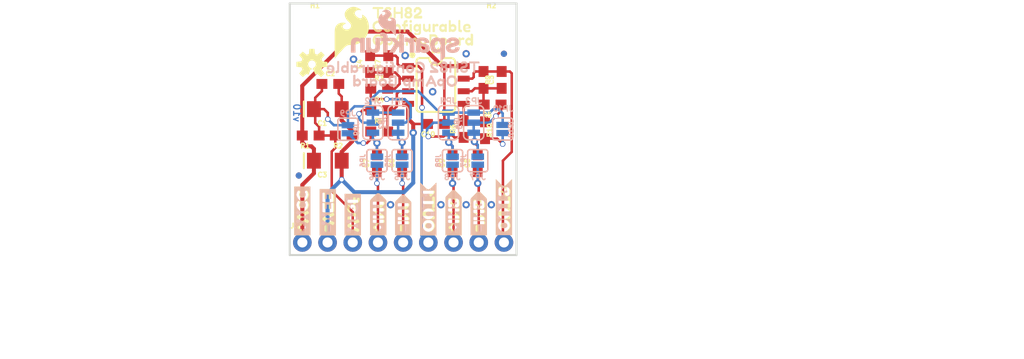
<source format=kicad_pcb>
(kicad_pcb (version 20211014) (generator pcbnew)
  (layers (0 "F.Cu" signal) (31 "B.Cu" signal) (34 "B.Paste" user) (35 "F.Paste" user) (36 "B.SilkS" user "B.Silkscreen") (37 "F.SilkS" user "F.Silkscreen") (38 "B.Mask" user) (39 "F.Mask" user) (44 "Edge.Cuts" user))
  (net 0 "")
  (net 1 "VREF")
  (net 2 "VNEG")
  (net 3 "VCC")
  (net 4 "N$1")
  (net 5 "N$2")
  (net 6 "N$3")
  (net 7 "N$4")
  (net 8 "N$5")
  (net 9 "N$6")
  (net 10 "N$7")
  (net 11 "OUT1")
  (net 12 "-IN1")
  (net 13 "+IN1")
  (net 14 "-IN2")
  (net 15 "N$9")
  (net 16 "N$10")
  (net 17 "N$11")
  (net 18 "OUT2")
  (net 19 "N$16")
  (net 20 "N$17")
  (net 21 "N$19")
  (net 22 "N$20")
  (net 23 "+IN2")
  (footprint "boardEagle:CREATIVE_COMMONS" (layer "F.Cu") (at 128.1811 127.8636)
    (fp_text reference "FRAME1" hide)
    (fp_text value "FRAME-LETTER" hide)
  )
  (footprint "boardEagle:0603" (layer "F.Cu") (at 146.0881 100.9142)
    (fp_text reference "R3" (at 0 -0.762) (layer "F.SilkS") (effects (font (size 0.48768 0.48768) (thickness 0.12192)) (justify bottom)))
    (fp_text value "10k")
    (pad "1" smd rect (at -0.85 0) (size 1.1 1) (layers "F.Cu" "F.Paste" "F.Mask") (net 7 "N$4"))
    (pad "2" smd rect (at 0.85 0) (size 1.1 1) (layers "F.Cu" "F.Paste" "F.Mask") (net 4 "N$1"))
  )
  (footprint "boardEagle:0603" (layer "F.Cu") (at 156.6037 100.0252 -90)
    (fp_text reference "R9" (at 0 -0.762 -90) (layer "F.SilkS") (effects (font (size 0.48768 0.48768) (thickness 0.12192)) (justify bottom)))
    (fp_text value "47k")
    (pad "1" smd rect (at -0.85 0 270) (size 1.1 1) (layers "F.Cu" "F.Paste" "F.Mask") (net 18 "OUT2"))
    (pad "2" smd rect (at 0.85 0 270) (size 1.1 1) (layers "F.Cu" "F.Paste" "F.Mask") (net 17 "N$11"))
  )
  (footprint "boardEagle:SFE_LOGO_FLAME_.2" (layer "F.Cu") (at 141.2875 98.044)
    (fp_text reference "LOGO1" hide)
    (fp_text value "SFE_LOGO_FLAME.2_INCH" hide)
  )
  (footprint "boardEagle:0603" (layer "F.Cu") (at 151.8031 104.4702 180)
    (fp_text reference "C10" (at 0 -0.762 180) (layer "F.SilkS") (effects (font (size 0.48768 0.48768) (thickness 0.12192)) (justify right top)))
    (fp_text value "0.1uF")
    (pad "1" smd rect (at -0.85 0 180) (size 1.1 1) (layers "F.Cu" "F.Paste" "F.Mask") (net 3 "VCC"))
    (pad "2" smd rect (at 0.85 0 180) (size 1.1 1) (layers "F.Cu" "F.Paste" "F.Mask") (net 2 "VNEG"))
  )
  (footprint "boardEagle:OUT17" (layer "F.Cu") (at 151.0411 116.2812 90)
    (fp_text reference "U$10" hide)
    (fp_text value "" hide)
  )
  (footprint "boardEagle:#VEE1" (layer "F.Cu") (at 140.9065 116.2812 90)
    (fp_text reference "U$1" hide)
    (fp_text value "" hide)
  )
  (footprint "boardEagle:SO08" (layer "F.Cu") (at 151.8031 100.5332 -90)
    (fp_text reference "U1" (at -3.175 0) (layer "F.SilkS") (effects (font (size 0.48768 0.48768) (thickness 0.12192)) (justify bottom)))
    (fp_text value "TSH82")
    (pad "1" smd rect (at -1.905 2.8 270) (size 0.6 1.2) (layers "F.Cu" "F.Paste" "F.Mask") (net 11 "OUT1"))
    (pad "2" smd rect (at -0.635 2.8 270) (size 0.6 1.2) (layers "F.Cu" "F.Paste" "F.Mask") (net 4 "N$1"))
    (pad "3" smd rect (at 0.635 2.8 270) (size 0.6 1.2) (layers "F.Cu" "F.Paste" "F.Mask") (net 5 "N$2"))
    (pad "4" smd rect (at 1.905 2.8 270) (size 0.6 1.2) (layers "F.Cu" "F.Paste" "F.Mask") (net 2 "VNEG"))
    (pad "5" smd rect (at 1.905 -2.8 270) (size 0.6 1.2) (layers "F.Cu" "F.Paste" "F.Mask") (net 21 "N$19"))
    (pad "6" smd rect (at 0.635 -2.8 270) (size 0.6 1.2) (layers "F.Cu" "F.Paste" "F.Mask") (net 17 "N$11"))
    (pad "7" smd rect (at -0.635 -2.8 270) (size 0.6 1.2) (layers "F.Cu" "F.Paste" "F.Mask") (net 18 "OUT2"))
    (pad "8" smd rect (at -1.905 -2.8 270) (size 0.6 1.2) (layers "F.Cu" "F.Paste" "F.Mask") (net 3 "VCC"))
  )
  (footprint "boardEagle:0603" (layer "F.Cu") (at 154.5971 104.9782 90)
    (fp_text reference "R6" (at 0 -0.762 90) (layer "F.SilkS") (effects (font (size 0.48768 0.48768) (thickness 0.12192)) (justify bottom)))
    (fp_text value "10k")
    (pad "1" smd rect (at -0.85 0 90) (size 1.1 1) (layers "F.Cu" "F.Paste" "F.Mask") (net 19 "N$16"))
    (pad "2" smd rect (at 0.85 0 90) (size 1.1 1) (layers "F.Cu" "F.Paste" "F.Mask") (net 21 "N$19"))
  )
  (footprint "boardEagle:0603" (layer "F.Cu") (at 145.8595 108.4326 90)
    (fp_text reference "C7" (at 0 -0.762 90) (layer "F.SilkS") (effects (font (size 0.48768 0.48768) (thickness 0.12192)) (justify bottom)))
    (fp_text value "1.0uF")
    (pad "1" smd rect (at -0.85 0 90) (size 1.1 1) (layers "F.Cu" "F.Paste" "F.Mask") (net 13 "+IN1"))
    (pad "2" smd rect (at 0.85 0 90) (size 1.1 1) (layers "F.Cu" "F.Paste" "F.Mask") (net 10 "N$7"))
  )
  (footprint "boardEagle:0603" (layer "F.Cu") (at 156.0195 108.4326 90)
    (fp_text reference "C8" (at 0 -0.762 90) (layer "F.SilkS") (effects (font (size 0.48768 0.48768) (thickness 0.12192)) (justify bottom)))
    (fp_text value "1.0uF")
    (pad "1" smd rect (at -0.85 0 90) (size 1.1 1) (layers "F.Cu" "F.Paste" "F.Mask") (net 14 "-IN2"))
    (pad "2" smd rect (at 0.85 0 90) (size 1.1 1) (layers "F.Cu" "F.Paste" "F.Mask") (net 15 "N$9"))
  )
  (footprint "boardEagle:STAND-OFF" (layer "F.Cu") (at 157.3911 94.8436)
    (fp_text reference "H2" (at 0 -2.032) (layer "F.SilkS") (effects (font (size 0.48768 0.48768) (thickness 0.12192)) (justify bottom)))
    (fp_text value "STAND-OFF")
    (pad "" np_thru_hole circle (at 0 0) (size 3.302 3.302) (drill 3.302) (layers *.Cu *.Mask))
  )
  (footprint "boardEagle:STAND-OFF" (layer "F.Cu") (at 139.6111 94.8436)
    (fp_text reference "H1" (at 0 -2.032) (layer "F.SilkS") (effects (font (size 0.48768 0.48768) (thickness 0.12192)) (justify bottom)))
    (fp_text value "STAND-OFF")
    (pad "" np_thru_hole circle (at 0 0) (size 3.302 3.302) (drill 3.302) (layers *.Cu *.Mask))
  )
  (footprint "boardEagle:VREF6" (layer "F.Cu") (at 143.4211 116.2812 90)
    (fp_text reference "U$4" hide)
    (fp_text value "" hide)
  )
  (footprint "boardEagle:OPAMP2" (layer "F.Cu") (at 144.4625 96.0374)
    (fp_text reference "U$24" hide)
    (fp_text value "" hide)
  )
  (footprint "boardEagle:#IN13" (layer "F.Cu") (at 148.5011 116.2304 90)
    (fp_text reference "U$8" hide)
    (fp_text value "" hide)
  )
  (footprint "boardEagle:CONFIGURABLE1" (layer "F.Cu") (at 144.4625 94.6658)
    (fp_text reference "U$23" hide)
    (fp_text value "" hide)
  )
  (footprint "boardEagle:EIA3216" (layer "F.Cu") (at 140.9065 102.9716 180)
    (fp_text reference "C1" (at 0 -1.143 180) (layer "F.SilkS") (effects (font (size 0.48768 0.48768) (thickness 0.12192)) (justify right top)))
    (fp_text value "10uF")
    (pad "+" smd rect (at 1.4 0 270) (size 1.6 1.4) (layers "F.Cu" "F.Paste" "F.Mask") (net 1 "VREF"))
    (pad "-" smd rect (at -1.4 0 270) (size 1.6 1.4) (layers "F.Cu" "F.Paste" "F.Mask") (net 2 "VNEG"))
  )
  (footprint "boardEagle:0603" (layer "F.Cu") (at 158.4325 100.0252 90)
    (fp_text reference "C5" (at 0 -0.762 90) (layer "F.SilkS") (effects (font (size 0.48768 0.48768) (thickness 0.12192)) (justify bottom)))
    (fp_text value "DNP")
    (pad "1" smd rect (at -0.85 0 90) (size 1.1 1) (layers "F.Cu" "F.Paste" "F.Mask") (net 17 "N$11"))
    (pad "2" smd rect (at 0.85 0 90) (size 1.1 1) (layers "F.Cu" "F.Paste" "F.Mask") (net 18 "OUT2"))
  )
  (footprint "boardEagle:0603" (layer "F.Cu") (at 142.5067 105.6386 180)
    (fp_text reference "R2" (at 0 -0.762 180) (layer "F.SilkS") (effects (font (size 0.48768 0.48768) (thickness 0.12192)) (justify right top)))
    (fp_text value "2.2k")
    (pad "1" smd rect (at -0.85 0 180) (size 1.1 1) (layers "F.Cu" "F.Paste" "F.Mask") (net 2 "VNEG"))
    (pad "2" smd rect (at 0.85 0 180) (size 1.1 1) (layers "F.Cu" "F.Paste" "F.Mask") (net 1 "VREF"))
  )
  (footprint "boardEagle:EIA3216" (layer "F.Cu") (at 140.9065 108.1786 180)
    (fp_text reference "C3" (at 0 -1.143 180) (layer "F.SilkS") (effects (font (size 0.48768 0.48768) (thickness 0.12192)) (justify right top)))
    (fp_text value "10uF")
    (pad "+" smd rect (at 1.4 0 270) (size 1.6 1.4) (layers "F.Cu" "F.Paste" "F.Mask") (net 3 "VCC"))
    (pad "-" smd rect (at -1.4 0 270) (size 1.6 1.4) (layers "F.Cu" "F.Paste" "F.Mask") (net 2 "VNEG"))
  )
  (footprint "boardEagle:#IN12" (layer "F.Cu") (at 145.9865 116.2304 90)
    (fp_text reference "U$7" hide)
    (fp_text value "" hide)
  )
  (footprint "boardEagle:FIDUCIAL-MICRO" (layer "F.Cu") (at 158.6611 97.3836)
    (fp_text reference "FD1" hide)
    (fp_text value "FIDUCIALUFIDUCIAL" hide)
    (pad "1" smd roundrect (at 0 0) (size 0.635 0.635) (layers "F.Cu" "F.Mask") (roundrect_rratio 0.5))
  )
  (footprint "boardEagle:BOARD3" (layer "F.Cu") (at 150.1521 96.0374)
    (fp_text reference "U$25" hide)
    (fp_text value "" hide)
  )
  (footprint "boardEagle:0603" (layer "F.Cu") (at 146.0881 105.2322)
    (fp_text reference "R8" (at 0 -0.762) (layer "F.SilkS") (effects (font (size 0.48768 0.48768) (thickness 0.12192)) (justify bottom)))
    (fp_text value "47k")
    (pad "1" smd rect (at -0.85 0) (size 1.1 1) (layers "F.Cu" "F.Paste" "F.Mask") (net 6 "N$3"))
    (pad "2" smd rect (at 0.85 0) (size 1.1 1) (layers "F.Cu" "F.Paste" "F.Mask") (net 5 "N$2"))
  )
  (footprint "boardEagle:0603" (layer "F.Cu") (at 139.1793 105.6386 180)
    (fp_text reference "R1" (at 0 -0.762 180) (layer "F.SilkS") (effects (font (size 0.48768 0.48768) (thickness 0.12192)) (justify right top)))
    (fp_text value "2.2k")
    (pad "1" smd rect (at -0.85 0 180) (size 1.1 1) (layers "F.Cu" "F.Paste" "F.Mask") (net 1 "VREF"))
    (pad "2" smd rect (at 0.85 0 180) (size 1.1 1) (layers "F.Cu" "F.Paste" "F.Mask") (net 3 "VCC"))
  )
  (footprint "boardEagle:OSHW-LOGO-S" (layer "F.Cu") (at 139.3063 98.4504)
    (fp_text reference "LOGO3" hide)
    (fp_text value "OSHW-LOGOS" hide)
  )
  (footprint "boardEagle:FIDUCIAL-MICRO" (layer "F.Cu") (at 137.9855 109.6772)
    (fp_text reference "FD2" hide)
    (fp_text value "FIDUCIALUFIDUCIAL" hide)
    (pad "1" smd roundrect (at 0 0) (size 0.635 0.635) (layers "F.Cu" "F.Mask") (roundrect_rratio 0.5))
  )
  (footprint "boardEagle:1X09_NO_SILK" (layer "F.Cu") (at 138.3411 116.4336)
    (fp_text reference "J1" (at -1.27 -1.397) (layer "F.SilkS") (effects (font (size 0.48768 0.48768) (thickness 0.12192)) (justify left bottom)))
    (fp_text value "")
    (pad "1" thru_hole circle (at 0 0 90) (size 1.8796 1.8796) (drill 1.016) (layers *.Cu *.Mask) (net 3 "VCC"))
    (pad "2" thru_hole circle (at 2.54 0 90) (size 1.8796 1.8796) (drill 1.016) (layers *.Cu *.Mask) (net 2 "VNEG"))
    (pad "3" thru_hole circle (at 5.08 0 90) (size 1.8796 1.8796) (drill 1.016) (layers *.Cu *.Mask) (net 1 "VREF"))
    (pad "4" thru_hole circle (at 7.62 0 90) (size 1.8796 1.8796) (drill 1.016) (layers *.Cu *.Mask) (net 13 "+IN1"))
    (pad "5" thru_hole circle (at 10.16 0 90) (size 1.8796 1.8796) (drill 1.016) (layers *.Cu *.Mask) (net 12 "-IN1"))
    (pad "6" thru_hole circle (at 12.7 0 90) (size 1.8796 1.8796) (drill 1.016) (layers *.Cu *.Mask) (net 11 "OUT1"))
    (pad "7" thru_hole circle (at 15.24 0 90) (size 1.8796 1.8796) (drill 1.016) (layers *.Cu *.Mask) (net 23 "+IN2"))
    (pad "8" thru_hole circle (at 17.78 0 90) (size 1.8796 1.8796) (drill 1.016) (layers *.Cu *.Mask) (net 14 "-IN2"))
    (pad "9" thru_hole circle (at 20.32 0 90) (size 1.8796 1.8796) (drill 1.016) (layers *.Cu *.Mask) (net 18 "OUT2"))
  )
  (footprint "boardEagle:0603" (layer "F.Cu") (at 153.4795 108.4326 90)
    (fp_text reference "C9" (at 0 -0.762 90) (layer "F.SilkS") (effects (font (size 0.48768 0.48768) (thickness 0.12192)) (justify bottom)))
    (fp_text value "1.0uF")
    (pad "1" smd rect (at -0.85 0 90) (size 1.1 1) (layers "F.Cu" "F.Paste" "F.Mask") (net 23 "+IN2"))
    (pad "2" smd rect (at 0.85 0 90) (size 1.1 1) (layers "F.Cu" "F.Paste" "F.Mask") (net 20 "N$17"))
  )
  (footprint "boardEagle:#VCC0" (layer "F.Cu") (at 138.3411 116.2304 90)
    (fp_text reference "U$3" hide)
    (fp_text value "" hide)
  )
  (footprint "boardEagle:TSH820" (layer "F.Cu") (at 144.4625 93.2942)
    (fp_text reference "U$22" hide)
    (fp_text value "" hide)
  )
  (footprint "boardEagle:0603" (layer "F.Cu") (at 145.1737 98.425 90)
    (fp_text reference "C4" (at 0 -0.762 90) (layer "F.SilkS") (effects (font (size 0.48768 0.48768) (thickness 0.12192)) (justify bottom)))
    (fp_text value "DNP")
    (pad "1" smd rect (at -0.85 0 90) (size 1.1 1) (layers "F.Cu" "F.Paste" "F.Mask") (net 4 "N$1"))
    (pad "2" smd rect (at 0.85 0 90) (size 1.1 1) (layers "F.Cu" "F.Paste" "F.Mask") (net 11 "OUT1"))
  )
  (footprint "boardEagle:0603" (layer "F.Cu") (at 148.3995 108.4326 90)
    (fp_text reference "C6" (at 0 -0.762 90) (layer "F.SilkS") (effects (font (size 0.48768 0.48768) (thickness 0.12192)) (justify bottom)))
    (fp_text value "1.0uF")
    (pad "1" smd rect (at -0.85 0 90) (size 1.1 1) (layers "F.Cu" "F.Paste" "F.Mask") (net 12 "-IN1"))
    (pad "2" smd rect (at 0.85 0 90) (size 1.1 1) (layers "F.Cu" "F.Paste" "F.Mask") (net 9 "N$6"))
  )
  (footprint "boardEagle:0603" (layer "F.Cu") (at 146.0881 103.0732)
    (fp_text reference "R4" (at 0 -0.762) (layer "F.SilkS") (effects (font (size 0.48768 0.48768) (thickness 0.12192)) (justify bottom)))
    (fp_text value "10k")
    (pad "1" smd rect (at -0.85 0) (size 1.1 1) (layers "F.Cu" "F.Paste" "F.Mask") (net 8 "N$5"))
    (pad "2" smd rect (at 0.85 0) (size 1.1 1) (layers "F.Cu" "F.Paste" "F.Mask") (net 5 "N$2"))
  )
  (footprint "boardEagle:0603" (layer "F.Cu") (at 157.5181 102.5144 180)
    (fp_text reference "R5" (at 0 -0.762 180) (layer "F.SilkS") (effects (font (size 0.48768 0.48768) (thickness 0.12192)) (justify right top)))
    (fp_text value "10k")
    (pad "1" smd rect (at -0.85 0 180) (size 1.1 1) (layers "F.Cu" "F.Paste" "F.Mask") (net 16 "N$10"))
    (pad "2" smd rect (at 0.85 0 180) (size 1.1 1) (layers "F.Cu" "F.Paste" "F.Mask") (net 17 "N$11"))
  )
  (footprint "boardEagle:0603" (layer "F.Cu") (at 141.1605 100.4316)
    (fp_text reference "C2" (at 0 -0.762) (layer "F.SilkS") (effects (font (size 0.48768 0.48768) (thickness 0.12192)) (justify bottom)))
    (fp_text value "0.1uF")
    (pad "1" smd rect (at -0.85 0) (size 1.1 1) (layers "F.Cu" "F.Paste" "F.Mask") (net 1 "VREF"))
    (pad "2" smd rect (at 0.85 0) (size 1.1 1) (layers "F.Cu" "F.Paste" "F.Mask") (net 2 "VNEG"))
  )
  (footprint "boardEagle:#IN25" (layer "F.Cu") (at 156.1211 116.2304 90)
    (fp_text reference "U$14" hide)
    (fp_text value "" hide)
  )
  (footprint "boardEagle:0603" (layer "F.Cu") (at 156.7561 105.1052 -90)
    (fp_text reference "R10" (at 0 -0.762 -90) (layer "F.SilkS") (effects (font (size 0.48768 0.48768) (thickness 0.12192)) (justify bottom)))
    (fp_text value "47k")
    (pad "1" smd rect (at -0.85 0 270) (size 1.1 1) (layers "F.Cu" "F.Paste" "F.Mask") (net 21 "N$19"))
    (pad "2" smd rect (at 0.85 0 270) (size 1.1 1) (layers "F.Cu" "F.Paste" "F.Mask") (net 22 "N$20"))
  )
  (footprint "boardEagle:#IN24" (layer "F.Cu") (at 153.5811 116.2304 90)
    (fp_text reference "U$12" hide)
    (fp_text value "" hide)
  )
  (footprint "boardEagle:OUT28" (layer "F.Cu") (at 158.6611 116.2558 90)
    (fp_text reference "U$15" hide)
    (fp_text value "" hide)
  )
  (footprint "boardEagle:0603" (layer "F.Cu") (at 147.0025 98.425 90)
    (fp_text reference "R7" (at 0 -0.762 90) (layer "F.SilkS") (effects (font (size 0.48768 0.48768) (thickness 0.12192)) (justify bottom)))
    (fp_text value "47k")
    (pad "1" smd rect (at -0.85 0 90) (size 1.1 1) (layers "F.Cu" "F.Paste" "F.Mask") (net 4 "N$1"))
    (pad "2" smd rect (at 0.85 0 90) (size 1.1 1) (layers "F.Cu" "F.Paste" "F.Mask") (net 11 "OUT1"))
  )
  (footprint "boardEagle:#IN13" (layer "B.Cu") (at 148.5011 116.2304 90)
    (fp_text reference "U$9" hide)
    (fp_text value "" hide)
  )
  (footprint "boardEagle:CONFIGURABLE1" (layer "B.Cu") (at 151.6507 98.806 180)
    (fp_text reference "U$27" hide)
    (fp_text value "" hide)
  )
  (footprint "boardEagle:JP87" (layer "B.Cu") (at 154.9781 109.7534 180)
    (fp_text reference "U$34" hide)
    (fp_text value "" hide)
  )
  (footprint "boardEagle:#VCC0" (layer "B.Cu") (at 138.3411 116.2304 90)
    (fp_text reference "U$30" hide)
    (fp_text value "" hide)
  )
  (footprint "boardEagle:#VEE1" (layer "B.Cu") (at 140.9065 116.2812 90)
    (fp_text reference "U$2" hide)
    (fp_text value "" hide)
  )
  (footprint "boardEagle:SMT-JUMPER_2_NO_SILK" (layer "B.Cu") (at 153.4795 108.1786 -90)
    (fp_text reference "JP8" (at 0 1.143 90) (layer "B.SilkS") (effects (font (size 0.48768 0.48768) (thickness 0.12192)) (justify bottom mirror)))
    (fp_text value "JUMPER-SMT_2_NO_SILK")
    (pad "1" smd rect (at -0.4064 0 270) (size 0.635 1.27) (layers "B.Cu" "B.Mask") (net 20 "N$17"))
    (pad "2" smd rect (at 0.4064 0 270) (size 0.635 1.27) (layers "B.Cu" "B.Mask") (net 23 "+IN2"))
  )
  (footprint "boardEagle:JP109" (layer "B.Cu") (at 160.3375 102.8446 180)
    (fp_text reference "U$36" hide)
    (fp_text value "" hide)
  )
  (footprint "boardEagle:OPAMP2" (layer "B.Cu") (at 154.9273 100.1776 180)
    (fp_text reference "U$28" hide)
    (fp_text value "" hide)
  )
  (footprint "boardEagle:SMT-JUMPER_2_NO_SILK" (layer "B.Cu") (at 142.9385 105.0036 90)
    (fp_text reference "JP9" (at 0 1.143 270) (layer "B.SilkS") (effects (font (size 0.48768 0.48768) (thickness 0.12192)) (justify bottom mirror)))
    (fp_text value "JUMPER-SMT_2_NO_SILK")
    (pad "1" smd rect (at -0.4064 0 90) (size 0.635 1.27) (layers "B.Cu" "B.Mask") (net 6 "N$3"))
    (pad "2" smd rect (at 0.4064 0 90) (size 0.635 1.27) (layers "B.Cu" "B.Mask") (net 1 "VREF"))
  )
  (footprint "boardEagle:JP21" (layer "B.Cu") (at 147.0025 102.0572 180)
    (fp_text reference "U$19" hide)
    (fp_text value "" hide)
  )
  (footprint "boardEagle:SMT-JUMPER_2_NO_SILK" (layer "B.Cu") (at 158.5341 104.9782 90)
    (fp_text reference "JP10" (at 0 1.143 270) (layer "B.SilkS") (effects (font (size 0.48768 0.48768) (thickness 0.12192)) (justify bottom mirror)))
    (fp_text value "JUMPER-SMT_2_NO_SILK")
    (pad "1" smd rect (at -0.4064 0 90) (size 0.635 1.27) (layers "B.Cu" "B.Mask") (net 22 "N$20"))
    (pad "2" smd rect (at 0.4064 0 90) (size 0.635 1.27) (layers "B.Cu" "B.Mask") (net 1 "VREF"))
  )
  (footprint "boardEagle:SMT-JUMPER_2_NO_SILK" (layer "B.Cu") (at 145.8595 108.1786 -90)
    (fp_text reference "JP6" (at 0 1.143 90) (layer "B.SilkS") (effects (font (size 0.48768 0.48768) (thickness 0.12192)) (justify bottom mirror)))
    (fp_text value "JUMPER-SMT_2_NO_SILK")
    (pad "1" smd rect (at -0.4064 0 270) (size 0.635 1.27) (layers "B.Cu" "B.Mask") (net 10 "N$7"))
    (pad "2" smd rect (at 0.4064 0 270) (size 0.635 1.27) (layers "B.Cu" "B.Mask") (net 13 "+IN1"))
  )
  (footprint "boardEagle:FIDUCIAL-MICRO" (layer "B.Cu") (at 158.6611 97.3836 180)
    (fp_text reference "FD4" hide)
    (fp_text value "FIDUCIALUFIDUCIAL" hide)
    (pad "1" smd roundrect (at 0 0 180) (size 0.635 0.635) (layers "B.Cu" "B.Mask") (roundrect_rratio 0.5))
  )
  (footprint "boardEagle:JP32" (layer "B.Cu") (at 157.1625 102.0572 180)
    (fp_text reference "U$20" hide)
    (fp_text value "" hide)
  )
  (footprint "boardEagle:FIDUCIAL-MICRO" (layer "B.Cu") (at 137.9855 109.6772 180)
    (fp_text reference "FD3" hide)
    (fp_text value "FIDUCIALUFIDUCIAL" hide)
    (pad "1" smd roundrect (at 0 0 180) (size 0.635 0.635) (layers "B.Cu" "B.Mask") (roundrect_rratio 0.5))
  )
  (footprint "boardEagle:SFE_LOGO_NAME_FLAME_.1" (layer "B.Cu") (at 154.5971 98.171 180)
    (fp_text reference "LOGO2" hide)
    (fp_text value "SFE_LOGO_NAME_FLAME.1_INCH" hide)
  )
  (footprint "boardEagle:SMT-JUMPER_2_NO_SILK" (layer "B.Cu") (at 148.3995 108.1786 -90)
    (fp_text reference "JP5" (at 0 1.143 90) (layer "B.SilkS") (effects (font (size 0.48768 0.48768) (thickness 0.12192)) (justify bottom mirror)))
    (fp_text value "JUMPER-SMT_2_NO_SILK")
    (pad "1" smd rect (at -0.4064 0 270) (size 0.635 1.27) (layers "B.Cu" "B.Mask") (net 9 "N$6"))
    (pad "2" smd rect (at 0.4064 0 270) (size 0.635 1.27) (layers "B.Cu" "B.Mask") (net 12 "-IN1"))
  )
  (footprint "boardEagle:JP43" (layer "B.Cu") (at 154.5971 102.0572 180)
    (fp_text reference "U$21" hide)
    (fp_text value "" hide)
  )
  (footprint "boardEagle:SMT-JUMPER_3_1-NC_TRACE_SILK" (layer "B.Cu") (at 155.6131 104.3432 -90)
    (fp_text reference "JP3" (at 0 1.143 90) (layer "B.SilkS") (effects (font (size 0.48768 0.48768) (thickness 0.12192)) (justify bottom mirror)))
    (fp_text value "JUMPER-SMT_3_1-NC_TRACE_SILK")
    (fp_poly (pts (xy 0.3048 -0.127) (xy 0.7112 -0.127) (xy 0.7112 0.127) (xy 0.3048 0.127)) (layer "B.Cu") (width 0) (fill solid))
    (pad "1" smd rect (at -1.016 0 270) (size 0.635 1.27) (layers "B.Cu" "B.Mask") (net 1 "VREF"))
    (pad "2" smd rect (at 0 0 270) (size 0.635 1.27) (layers "B.Cu" "B.Mask") (net 16 "N$10"))
    (pad "3" smd rect (at 1.016 0 270) (size 0.635 1.27) (layers "B.Cu" "B.Mask") (net 15 "N$9"))
  )
  (footprint "boardEagle:VREF6" (layer "B.Cu") (at 143.4211 116.2812 90)
    (fp_text reference "U$5" hide)
    (fp_text value "" hide)
  )
  (footprint "boardEagle:TSH820" (layer "B.Cu") (at 157.1625 98.7806 180)
    (fp_text reference "U$26" hide)
    (fp_text value "" hide)
  )
  (footprint "boardEagle:SMT-JUMPER_3_1-NC_TRACE_SILK" (layer "B.Cu") (at 145.4531 104.3432 90)
    (fp_text reference "JP2" (at 0 1.143 270) (layer "B.SilkS") (effects (font (size 0.48768 0.48768) (thickness 0.12192)) (justify bottom mirror)))
    (fp_text value "JUMPER-SMT_3_1-NC_TRACE_SILK")
    (fp_poly (pts (xy 0.3048 -0.127) (xy 0.7112 -0.127) (xy 0.7112 0.127) (xy 0.3048 0.127)) (layer "B.Cu") (width 0) (fill solid))
    (pad "1" smd rect (at -1.016 0 90) (size 0.635 1.27) (layers "B.Cu" "B.Mask") (net 10 "N$7"))
    (pad "2" smd rect (at 0 0 90) (size 0.635 1.27) (layers "B.Cu" "B.Mask") (net 8 "N$5"))
    (pad "3" smd rect (at 1.016 0 90) (size 0.635 1.27) (layers "B.Cu" "B.Mask") (net 1 "VREF"))
  )
  (footprint "boardEagle:JP98" (layer "B.Cu") (at 144.4625 103.3272 180)
    (fp_text reference "U$35" hide)
    (fp_text value "" hide)
  )
  (footprint "boardEagle:JP65" (layer "B.Cu") (at 147.3835 109.7534 180)
    (fp_text reference "U$32" hide)
    (fp_text value "" hide)
  )
  (footprint "boardEagle:JP10" (layer "B.Cu") (at 149.4663 102.0572 180)
    (fp_text reference "U$18" hide)
    (fp_text value "" hide)
  )
  (footprint "boardEagle:OUT17" (layer "B.Cu") (at 151.0411 116.2812 90)
    (fp_text reference "U$11" hide)
    (fp_text value "" hide)
  )
  (footprint "boardEagle:#IN12" (layer "B.Cu") (at 145.9865 116.2304 90)
    (fp_text reference "U$6" hide)
    (fp_text value "" hide)
  )
  (footprint "boardEagle:SMT-JUMPER_3_1-NC_TRACE_SILK" (layer "B.Cu") (at 147.9931 104.3432 -90)
    (fp_text reference "JP1" (at 0 1.143 90) (layer "B.SilkS") (effects (font (size 0.48768 0.48768) (thickness 0.12192)) (justify bottom mirror)))
    (fp_text value "JUMPER-SMT_3_1-NC_TRACE_SILK")
    (fp_poly (pts (xy 0.3048 -0.127) (xy 0.7112 -0.127) (xy 0.7112 0.127) (xy 0.3048 0.127)) (layer "B.Cu") (width 0) (fill solid))
    (pad "1" smd rect (at -1.016 0 270) (size 0.635 1.27) (layers "B.Cu" "B.Mask") (net 1 "VREF"))
    (pad "2" smd rect (at 0 0 270) (size 0.635 1.27) (layers "B.Cu" "B.Mask") (net 7 "N$4"))
    (pad "3" smd rect (at 1.016 0 270) (size 0.635 1.27) (layers "B.Cu" "B.Mask") (net 9 "N$6"))
  )
  (footprint "boardEagle:SMT-JUMPER_2_NO_SILK" (layer "B.Cu") (at 156.0195 108.1786 -90)
    (fp_text reference "JP7" (at 0 1.143 90) (layer "B.SilkS") (effects (font (size 0.48768 0.48768) (thickness 0.12192)) (justify bottom mirror)))
    (fp_text value "JUMPER-SMT_2_NO_SILK")
    (pad "1" smd rect (at -0.4064 0 270) (size 0.635 1.27) (layers "B.Cu" "B.Mask") (net 15 "N$9"))
    (pad "2" smd rect (at 0.4064 0 270) (size 0.635 1.27) (layers "B.Cu" "B.Mask") (net 14 "-IN2"))
  )
  (footprint "boardEagle:JP76" (layer "B.Cu") (at 157.5435 109.7534 180)
    (fp_text reference "U$33" hide)
    (fp_text value "" hide)
  )
  (footprint "boardEagle:#IN24" (layer "B.Cu") (at 153.5811 116.2304 90)
    (fp_text reference "U$13" hide)
    (fp_text value "" hide)
  )
  (footprint "boardEagle:SMT-JUMPER_3_1-NC_TRACE_SILK" (layer "B.Cu") (at 153.0731 104.3432 90)
    (fp_text reference "JP4" (at 0 1.143 270) (layer "B.SilkS") (effects (font (size 0.48768 0.48768) (thickness 0.12192)) (justify bottom mirror)))
    (fp_text value "JUMPER-SMT_3_1-NC_TRACE_SILK")
    (fp_poly (pts (xy 0.3048 -0.127) (xy 0.7112 -0.127) (xy 0.7112 0.127) (xy 0.3048 0.127)) (layer "B.Cu") (width 0) (fill solid))
    (pad "1" smd rect (at -1.016 0 90) (size 0.635 1.27) (layers "B.Cu" "B.Mask") (net 20 "N$17"))
    (pad "2" smd rect (at 0 0 90) (size 0.635 1.27) (layers "B.Cu" "B.Mask") (net 19 "N$16"))
    (pad "3" smd rect (at 1.016 0 90) (size 0.635 1.27) (layers "B.Cu" "B.Mask") (net 1 "VREF"))
  )
  (footprint "boardEagle:BOARD3" (layer "B.Cu") (at 148.8567 100.1776 180)
    (fp_text reference "U$29" hide)
    (fp_text value "" hide)
  )
  (footprint "boardEagle:#IN25" (layer "B.Cu") (at 156.1211 116.2304 90)
    (fp_text reference "U$16" hide)
    (fp_text value "" hide)
  )
  (footprint "boardEagle:JP54" (layer "B.Cu") (at 149.8981 109.7534 180)
    (fp_text reference "U$31" hide)
    (fp_text value "" hide)
  )
  (footprint "boardEagle:OUT28" (layer "B.Cu") (at 158.6611 116.2558 90)
    (fp_text reference "U$17" hide)
    (fp_text value "" hide)
  )
  (gr_line (start 137.0711 92.3036) (end 137.0711 117.7036) (layer "Edge.Cuts") (width 0.2032))
  (gr_line (start 159.9311 117.7036) (end 159.9311 92.3036) (layer "Edge.Cuts") (width 0.2032))
  (gr_line (start 159.9311 92.3036) (end 137.0711 92.3036) (layer "Edge.Cuts") (width 0.2032))
  (gr_line (start 137.0711 117.7036) (end 159.9311 117.7036) (layer "Edge.Cuts") (width 0.2032))
  (gr_text "v10" (at 137.3759 104.3432 -90) (layer "B.Cu") (effects (font (size 0.69088 0.69088) (thickness 0.12192)) (justify left bottom mirror)))
  (segment (start 140.0293 105.6386) (end 141.6567 105.6386) (width 0.254) (layer "F.Cu") (net 1))
  (segment (start 139.6365 104.3686) (end 139.6365 103.1016) (width 0.254) (layer "F.Cu") (net 1))
  (segment (start 140.0293 105.6386) (end 140.0293 104.7614) (width 0.254) (layer "F.Cu") (net 1))
  (segment (start 141.6567 106.89735) (end 141.3017 107.25235) (width 0.254) (layer "F.Cu") (net 1))
  (segment (start 141.6567 105.6386) (end 141.6567 106.89735) (width 0.254) (layer "F.Cu") (net 1))
  (segment (start 140.5255 102.9716) (end 139.5065 102.9716) (width 0.254) (layer "F.Cu") (net 1))
  (segment (start 140.3105 101.1546) (end 139.6365 101.8286) (width 0.254) (layer "F.Cu") (net 1))
  (segment (start 140.9065 103.9876) (end 140.9065 103.3526) (width 0.254) (layer "F.Cu") (net 1))
  (segment (start 143.4211 113.3602) (end 143.4211 116.4336) (width 0.254) (layer "F.Cu") (net 1))
  (segment (start 140.0293 104.7614) (end 139.6365 104.3686) (width 0.254) (layer "F.Cu") (net 1))
  (segment (start 141.3017 107.25235) (end 141.3017 111.2408) (width 0.254) (layer "F.Cu") (net 1))
  (segment (start 139.6365 101.8286) (end 139.6365 102.8416) (width 0.254) (layer "F.Cu") (net 1))
  (segment (start 139.5065 102.9716) (end 139.6365 103.1016) (width 0.254) (layer "F.Cu") (net 1))
  (segment (start 141.3017 111.2408) (end 143.4211 113.3602) (width 0.254) (layer "F.Cu") (net 1))
  (segment (start 140.3105 100.4316) (end 140.3105 101.1546) (width 0.254) (layer "F.Cu") (net 1))
  (segment (start 140.9065 103.3526) (end 140.5255 102.9716) (width 0.254) (layer "F.Cu") (net 1))
  (segment (start 139.5065 102.9716) (end 139.6365 102.8416) (width 0.254) (layer "F.Cu") (net 1))
  (via (at 140.9065 103.9876) (size 0.55) (drill 0.4) (layers "F.Cu" "B.Cu") (net 1))
  (segment (start 153.0731 103.3272) (end 152.9461 103.2002) (width 0.254) (layer "B.Cu") (net 1))
  (segment (start 153.0731 103.3272) (end 155.6131 103.3272) (width 0.254) (layer "B.Cu") (net 1))
  (segment (start 147.9931 103.3272) (end 145.4531 103.3272) (width 0.254) (layer "B.Cu") (net 1))
  (segment (start 141.5161 104.5972) (end 140.9065 103.9876) (width 0.254) (layer "B.Cu") (net 1))
  (segment (start 157.565556 103.0002) (end 158.131043 103.0002) (width 0.254) (layer "B.Cu") (net 1))
  (segment (start 158.131043 103.0002) (end 158.5341 103.403257) (width 0.254) (layer "B.Cu") (net 1))
  (segment (start 145.1991 102.0572) (end 145.1991 102.5652) (width 0.254) (layer "B.Cu") (net 1))
  (segment (start 145.1991 102.5652) (end 145.0721 102.6922) (width 0.254) (layer "B.Cu") (net 1))
  (segment (start 145.4531 103.3272) (end 145.4531 102.8192) (width 0.254) (layer "B.Cu") (net 1))
  (segment (start 158.5341 103.403257) (end 158.5341 104.5718) (width 0.254) (layer "B.Cu") (net 1))
  (segment (start 142.9385 104.5972) (end 141.5161 104.5972) (width 0.254) (layer "B.Cu") (net 1))
  (segment (start 157.238556 103.3272) (end 157.565556 103.0002) (width 0.254) (layer "B.Cu") (net 1))
  (segment (start 145.0721 102.6922) (end 143.5989 102.6922) (width 0.254) (layer "B.Cu") (net 1))
  (segment (start 150.0251 101.1682) (end 146.0881 101.1682) (width 0.254) (layer "B.Cu") (net 1))
  (segment (start 143.5989 102.6922) (end 142.9385 103.3526) (width 0.254) (layer "B.Cu") (net 1))
  (segment (start 145.3261 102.6922) (end 145.0721 102.6922) (width 0.254) (layer "B.Cu") (net 1))
  (segment (start 146.0881 101.1682) (end 145.1991 102.0572) (width 0.254) (layer "B.Cu") (net 1))
  (segment (start 145.4531 102.8192) (end 145.3261 102.6922) (width 0.254) (layer "B.Cu") (net 1))
  (segment (start 153.0731 103.3272) (end 152.1841 103.3272) (width 0.254) (layer "B.Cu") (net 1))
  (segment (start 152.1841 103.3272) (end 150.0251 101.1682) (width 0.254) (layer "B.Cu") (net 1))
  (segment (start 155.6131 103.3272) (end 157.238556 103.3272) (width 0.254) (layer "B.Cu") (net 1))
  (segment (start 142.9385 104.5972) (end 142.9385 103.3526) (width 0.254) (layer "B.Cu") (net 1))
  (segment (start 142.3035 104.1146) (end 142.3065 104.1116) (width 0.254) (layer "F.Cu") (net 2))
  (segment (start 143.3567 106.2364) (end 142.3065 107.2866) (width 0.4064) (layer "F.Cu") (net 2))
  (segment (start 142.3065 107.2866) (end 142.3065 108.1786) (width 0.4064) (layer "F.Cu") (net 2))
  (segment (start 149.5171 104.4702) (end 149.5171 105.3592) (width 0.4064) (layer "F.Cu") (net 2))
  (segment (start 149.0031 103.9562) (end 149.5171 104.4702) (width 0.4064) (layer "F.Cu") (net 2))
  (segment (start 143.3567 105.1678) (end 142.3035 104.1146) (width 0.4064) (layer "F.Cu") (net 2))
  (segment (start 143.3567 105.6386) (end 143.3567 106.2364) (width 0.4064) (layer "F.Cu") (net 2))
  (segment (start 142.3035 108.1816) (end 142.3065 108.1786) (width 0.4064) (layer "F.Cu") (net 2))
  (segment (start 149.0031 102.4382) (end 149.0031 103.9562) (width 0.4064) (layer "F.Cu") (net 2))
  (segment (start 142.0105 101.4086) (end 142.3065 101.7046) (width 0.254) (layer "F.Cu") (net 2))
  (segment (start 142.3035 110.0836) (end 142.3035 108.1816) (width 0.4064) (layer "F.Cu") (net 2))
  (segment (start 142.3065 101.7046) (end 142.3065 102.9716) (width 0.254) (layer "F.Cu") (net 2))
  (segment (start 143.3567 105.6386) (end 143.3567 105.1678) (width 0.4064) (layer "F.Cu") (net 2))
  (segment (start 142.0105 100.4316) (end 142.0105 101.4086) (width 0.254) (layer "F.Cu") (net 2))
  (segment (start 142.3065 102.9716) (end 142.3065 104.1116) (width 0.4064) (layer "F.Cu") (net 2))
  (segment (start 149.5171 104.4702) (end 150.9531 104.4702) (width 0.254) (layer "F.Cu") (net 2))
  (via (at 149.5171 105.3592) (size 0.7366) (drill 0.381) (layers "F.Cu" "B.Cu") (net 2))
  (via (at 142.3035 110.0836) (size 0.55) (drill 0.4) (layers "F.Cu" "B.Cu") (net 2))
  (via (at 154.8511 112.6236) (size 0.7366) (drill 0.381) (layers "F.Cu" "B.Cu") (net 2))
  (via (at 151.4729 101.219) (size 0.7556) (drill 0.4) (layers "F.Cu" "B.Cu") (net 2))
  (via (at 157.3911 112.6236) (size 0.7366) (drill 0.381) (layers "F.Cu" "B.Cu") (net 2))
  (via (at 148.7043 97.5614) (size 0.7556) (drill 0.4) (layers "F.Cu" "B.Cu") (net 2))
  (via (at 154.8511 97.3836) (size 0.7366) (drill 0.381) (layers "F.Cu" "B.Cu") (net 2))
  (via (at 152.3111 112.6236) (size 0.7366) (drill 0.381) (layers "F.Cu" "B.Cu") (net 2))
  (via (at 143.4973 97.9424) (size 0.7556) (drill 0.4) (layers "F.Cu" "B.Cu") (net 2))
  (via (at 147.2311 112.6236) (size 0.7366) (drill 0.381) (layers "F.Cu" "B.Cu") (net 2))
  (segment (start 149.5171 105.3592) (end 149.5171 110.420107) (width 0.4064) (layer "B.Cu") (net 2))
  (segment (start 140.8811 111.506) (end 142.3035 110.0836) (width 0.4064) (layer "B.Cu") (net 2))
  (segment (start 149.5171 110.420107) (end 148.583606 111.3536) (width 0.4064) (layer "B.Cu") (net 2))
  (segment (start 142.3035 110.0836) (end 143.5735 111.3536) (width 0.4064) (layer "B.Cu") (net 2))
  (segment (start 143.5735 111.3536) (end 148.583606 111.3536) (width 0.4064) (layer "B.Cu") (net 2))
  (segment (start 140.8811 116.4336) (end 140.8811 111.506) (width 0.4064) (layer "B.Cu") (net 2))
  (segment (start 152.6531 104.4702) (end 152.6531 98.6672) (width 0.254) (layer "F.Cu") (net 3))
  (segment (start 152.6531 98.6672) (end 152.6921 98.6282) (width 0.254) (layer "F.Cu") (net 3))
  (segment (start 139.5065 108.1786) (end 139.5065 106.9818) (width 0.4064) (layer "F.Cu") (net 3))
  (segment (start 138.3293 100.6212) (end 143.8021 95.1484) (width 0.4064) (layer "F.Cu") (net 3))
  (segment (start 138.7221 106.7308) (end 138.3293 106.338) (width 0.4064) (layer "F.Cu") (net 3))
  (segment (start 152.6921 98.6282) (end 154.6031 98.6282) (width 0.4064) (layer "F.Cu") (net 3))
  (segment (start 138.3411 110.617) (end 138.3411 116.4336) (width 0.4064) (layer "F.Cu") (net 3))
  (segment (start 138.3293 105.6386) (end 138.3293 106.338) (width 0.4064) (layer "F.Cu") (net 3))
  (segment (start 139.5065 106.9818) (end 139.2555 106.7308) (width 0.4064) (layer "F.Cu") (net 3))
  (segment (start 139.2555 106.7308) (end 138.7221 106.7308) (width 0.4064) (layer "F.Cu") (net 3))
  (segment (start 148.9583 95.1484) (end 152.4381 98.6282) (width 0.4064) (layer "F.Cu") (net 3))
  (segment (start 138.3293 105.6386) (end 138.3293 100.6212) (width 0.4064) (layer "F.Cu") (net 3))
  (segment (start 139.5065 108.1786) (end 139.5065 109.4516) (width 0.4064) (layer "F.Cu") (net 3))
  (segment (start 152.4381 98.6282) (end 152.6921 98.6282) (width 0.4064) (layer "F.Cu") (net 3))
  (segment (start 143.8021 95.1484) (end 148.9583 95.1484) (width 0.4064) (layer "F.Cu") (net 3))
  (segment (start 139.5065 109.4516) (end 138.3411 110.617) (width 0.4064) (layer "F.Cu") (net 3))
  (segment (start 147.7001 99.275) (end 148.1455 99.7204) (width 0.254) (layer "F.Cu") (net 4))
  (segment (start 148.1455 99.8982) (end 149.0031 99.8982) (width 0.254) (layer "F.Cu") (net 4))
  (segment (start 147.6629 100.9142) (end 146.9381 100.9142) (width 0.254) (layer "F.Cu") (net 4))
  (segment (start 148.1455 99.7204) (end 148.1455 99.8982) (width 0.254) (layer "F.Cu") (net 4))
  (segment (start 148.1455 99.8982) (end 148.1455 100.4316) (width 0.254) (layer "F.Cu") (net 4))
  (segment (start 147.0025 99.275) (end 147.7001 99.275) (width 0.254) (layer "F.Cu") (net 4))
  (segment (start 148.1455 100.4316) (end 147.6629 100.9142) (width 0.254) (layer "F.Cu") (net 4))
  (segment (start 145.1737 99.275) (end 147.0025 99.275) (width 0.254) (layer "F.Cu") (net 4))
  (segment (start 146.9381 105.2322) (end 146.9381 103.0732) (width 0.254) (layer "F.Cu") (net 5))
  (segment (start 147.8661 102.6922) (end 147.8661 101.4222) (width 0.254) (layer "F.Cu") (net 5))
  (segment (start 147.4851 103.0732) (end 147.8661 102.6922) (width 0.254) (layer "F.Cu") (net 5))
  (segment (start 149.0031 101.1682) (end 148.1201 101.1682) (width 0.254) (layer "F.Cu") (net 5))
  (segment (start 146.9381 103.0732) (end 147.4851 103.0732) (width 0.254) (layer "F.Cu") (net 5))
  (segment (start 148.1201 101.1682) (end 147.8661 101.4222) (width 0.254) (layer "F.Cu") (net 5))
  (segment (start 144.8435 106.4006) (end 144.4879 106.4006) (width 0.254) (layer "F.Cu") (net 6))
  (segment (start 145.2381 106.006) (end 144.8435 106.4006) (width 0.254) (layer "F.Cu") (net 6))
  (segment (start 145.2381 105.2322) (end 145.2381 106.006) (width 0.254) (layer "F.Cu") (net 6))
  (via (at 144.4879 106.4006) (size 0.55) (drill 0.4) (layers "F.Cu" "B.Cu") (net 6))
  (segment (start 142.9385 105.41) (end 143.9291 106.4006) (width 0.254) (layer "B.Cu") (net 6))
  (segment (start 143.9291 106.4006) (end 144.4879 106.4006) (width 0.254) (layer "B.Cu") (net 6))
  (segment (start 145.4931 101.9702) (end 146.8501 101.9702) (width 0.254) (layer "F.Cu") (net 7))
  (segment (start 145.2381 100.9142) (end 145.2381 101.7152) (width 0.254) (layer "F.Cu") (net 7))
  (segment (start 145.2381 101.7152) (end 145.4931 101.9702) (width 0.254) (layer "F.Cu") (net 7))
  (via (at 146.8501 101.9702) (size 0.55) (drill 0.4) (layers "F.Cu" "B.Cu") (net 7))
  (segment (start 148.7551 104.3432) (end 149.2631 103.8352) (width 0.254) (layer "B.Cu") (net 7))
  (segment (start 148.6681 101.9702) (end 148.8821 102.1842) (width 0.254) (layer "B.Cu") (net 7))
  (segment (start 148.8821 102.1842) (end 149.2631 102.5652) (width 0.254) (layer "B.Cu") (net 7))
  (segment (start 148.6681 101.9702) (end 146.8501 101.9702) (width 0.254) (layer "B.Cu") (net 7))
  (segment (start 149.2631 103.8352) (end 149.2631 102.5652) (width 0.254) (layer "B.Cu") (net 7))
  (segment (start 147.9931 104.3432) (end 148.7551 104.3432) (width 0.254) (layer "B.Cu") (net 7))
  (segment (start 144.4371 103.0732) (end 144.0561 103.4542) (width 0.254) (layer "F.Cu") (net 8))
  (segment (start 145.2381 103.0732) (end 144.4371 103.0732) (width 0.254) (layer "F.Cu") (net 8))
  (via (at 144.0561 103.4542) (size 0.55) (drill 0.4) (layers "F.Cu" "B.Cu") (net 8))
  (segment (start 144.4371 104.3432) (end 145.4531 104.3432) (width 0.254) (layer "B.Cu") (net 8))
  (segment (start 144.0561 103.9622) (end 144.4371 104.3432) (width 0.254) (layer "B.Cu") (net 8))
  (segment (start 144.0561 103.4542) (end 144.0561 103.9622) (width 0.254) (layer "B.Cu") (net 8))
  (segment (start 148.3995 107.5826) (end 148.3995 106.3244) (width 0.254) (layer "F.Cu") (net 9))
  (via (at 148.3995 106.3244) (size 0.7366) (drill 0.381) (layers "F.Cu" "B.Cu") (net 9))
  (segment (start 148.3995 106.3244) (end 148.3995 107.7722) (width 0.254) (layer "B.Cu") (net 9))
  (segment (start 147.9931 105.918) (end 148.3995 106.3244) (width 0.254) (layer "B.Cu") (net 9))
  (segment (start 147.9931 105.3592) (end 147.9931 105.918) (width 0.254) (layer "B.Cu") (net 9))
  (segment (start 145.8595 106.4006) (end 145.8595 107.5826) (width 0.254) (layer "F.Cu") (net 10))
  (via (at 145.8595 106.4006) (size 0.7366) (drill 0.381) (layers "F.Cu" "B.Cu") (net 10))
  (segment (start 145.4531 105.9942) (end 145.8595 106.4006) (width 0.254) (layer "B.Cu") (net 10))
  (segment (start 145.4531 105.3592) (end 145.4531 105.9942) (width 0.254) (layer "B.Cu") (net 10))
  (segment (start 145.8595 107.7722) (end 145.8595 106.4006) (width 0.254) (layer "B.Cu") (net 10))
  (segment (start 148.1455 98.6282) (end 147.9423 98.425) (width 0.254) (layer "F.Cu") (net 11))
  (segment (start 150.4061 99.0092) (end 150.4061 102.8192) (width 0.254) (layer "F.Cu") (net 11))
  (segment (start 149.0031 98.6282) (end 148.1455 98.6282) (width 0.254) (layer "F.Cu") (net 11))
  (segment (start 149.0031 98.6282) (end 150.0251 98.6282) (width 0.254) (layer "F.Cu") (net 11))
  (segment (start 147.7273 97.575) (end 147.9423 97.79) (width 0.254) (layer "F.Cu") (net 11))
  (segment (start 147.9423 97.79) (end 147.9423 98.425) (width 0.254) (layer "F.Cu") (net 11))
  (segment (start 150.0251 98.6282) (end 150.4061 99.0092) (width 0.254) (layer "F.Cu") (net 11))
  (segment (start 147.0025 97.575) (end 147.7273 97.575) (width 0.254) (layer "F.Cu") (net 11))
  (segment (start 145.1737 97.575) (end 147.0025 97.575) (width 0.254) (layer "F.Cu") (net 11))
  (via (at 150.4061 102.8192) (size 0.55) (drill 0.4) (layers "F.Cu" "B.Cu") (net 11))
  (segment (start 150.3585 105.457457) (end 150.3585 115.751) (width 0.254) (layer "B.Cu") (net 11))
  (segment (start 150.3585 115.751) (end 151.0411 116.4336) (width 0.254) (layer "B.Cu") (net 11))
  (segment (start 150.4061 102.8192) (end 150.4061 105.409857) (width 0.254) (layer "B.Cu") (net 11))
  (segment (start 150.4061 105.409857) (end 150.3585 105.457457) (width 0.254) (layer "B.Cu") (net 11))
  (segment (start 148.3995 109.2826) (end 148.3995 110.4646) (width 0.254) (layer "F.Cu") (net 12))
  (segment (start 148.5011 110.5662) (end 148.5011 116.4336) (width 0.254) (layer "F.Cu") (net 12))
  (segment (start 148.3995 110.4646) (end 148.5011 110.5662) (width 0.254) (layer "F.Cu") (net 12))
  (via (at 148.3995 110.4646) (size 0.55) (drill 0.4) (layers "F.Cu" "B.Cu") (net 12))
  (segment (start 148.3995 108.585) (end 148.3995 110.4646) (width 0.254) (layer "B.Cu") (net 12))
  (segment (start 145.8595 110.4646) (end 145.8595 109.2826) (width 0.254) (layer "F.Cu") (net 13))
  (segment (start 145.9611 110.5662) (end 145.9611 116.4336) (width 0.254) (layer "F.Cu") (net 13))
  (segment (start 145.8595 110.4646) (end 145.9611 110.5662) (width 0.254) (layer "F.Cu") (net 13))
  (via (at 145.8595 110.4646) (size 0.55) (drill 0.4) (layers "F.Cu" "B.Cu") (net 13))
  (segment (start 145.8595 108.585) (end 145.8595 110.4646) (width 0.254) (layer "B.Cu") (net 13))
  (segment (start 156.1211 110.5662) (end 156.1211 116.4336) (width 0.254) (layer "F.Cu") (net 14))
  (segment (start 156.0195 110.4646) (end 156.1211 110.5662) (width 0.254) (layer "F.Cu") (net 14))
  (segment (start 156.0195 110.4646) (end 156.0195 109.2826) (width 0.254) (layer "F.Cu") (net 14))
  (via (at 156.0195 110.4646) (size 0.7366) (drill 0.381) (layers "F.Cu" "B.Cu") (net 14))
  (segment (start 156.0195 108.585) (end 156.0195 110.4646) (width 0.254) (layer "B.Cu") (net 14))
  (segment (start 155.6973 106.3578) (end 155.6973 106.37745) (width 0.254) (layer "F.Cu") (net 15))
  (segment (start 156.0195 106.69965) (end 156.0195 107.5826) (width 0.254) (layer "F.Cu") (net 15))
  (segment (start 155.6973 106.37745) (end 156.0195 106.69965) (width 0.254) (layer "F.Cu") (net 15))
  (segment (start 156.0496 107.5525) (end 156.0195 107.5826) (width 0.254) (layer "F.Cu") (net 15))
  (segment (start 155.6973 106.3578) (end 155.6893 106.3498) (width 0.254) (layer "F.Cu") (net 15))
  (segment (start 155.6893 106.3498) (end 155.6893 106.2482) (width 0.254) (layer "F.Cu") (net 15))
  (via (at 155.6893 106.2482) (size 0.7366) (drill 0.381) (layers "F.Cu" "B.Cu") (net 15))
  (segment (start 156.0195 107.7722) (end 156.0195 106.5784) (width 0.254) (layer "B.Cu") (net 15))
  (segment (start 155.6131 105.3592) (end 155.6893 105.4354) (width 0.254) (layer "B.Cu") (net 15))
  (segment (start 155.6131 105.3592) (end 155.6432 105.3893) (width 0.254) (layer "B.Cu") (net 15))
  (segment (start 156.0195 106.5784) (end 155.6893 106.2482) (width 0.254) (layer "B.Cu") (net 15))
  (segment (start 155.6893 105.4354) (end 155.6893 106.2482) (width 0.254) (layer "B.Cu") (net 15))
  (segment (start 156.0195 107.7722) (end 156.0496 107.7421) (width 0.254) (layer "B.Cu") (net 15))
  (segment (start 158.3681 103.163) (end 157.8483 103.6828) (width 0.254) (layer "F.Cu") (net 16))
  (segment (start 158.3681 102.5144) (end 158.3681 103.163) (width 0.254) (layer "F.Cu") (net 16))
  (via (at 157.8483 103.6828) (size 0.55) (drill 0.4) (layers "F.Cu" "B.Cu") (net 16))
  (segment (start 157.8483 103.6828) (end 157.1879 104.3432) (width 0.254) (layer "B.Cu") (net 16))
  (segment (start 157.1879 104.3432) (end 155.6131 104.3432) (width 0.254) (layer "B.Cu") (net 16))
  (segment (start 156.6037 102.45) (end 156.6681 102.5144) (width 0.254) (layer "F.Cu") (net 17))
  (segment (start 156.6037 100.8752) (end 155.7283 100.8752) (width 0.254) (layer "F.Cu") (net 17))
  (segment (start 156.6037 100.8752) (end 158.4325 100.8752) (width 0.254) (layer "F.Cu") (net 17))
  (segment (start 156.6037 100.8752) (end 156.6037 102.45) (width 0.254) (layer "F.Cu") (net 17))
  (segment (start 155.7283 100.8752) (end 155.4353 101.1682) (width 0.254) (layer "F.Cu") (net 17))
  (segment (start 155.4353 101.1682) (end 154.6031 101.1682) (width 0.254) (layer "F.Cu") (net 17))
  (segment (start 159.4485 107.2896) (end 158.5595 108.1786) (width 0.254) (layer "F.Cu") (net 18))
  (segment (start 155.4607 99.8982) (end 155.6131 99.7458) (width 0.254) (layer "F.Cu") (net 18))
  (segment (start 158.4325 99.1752) (end 159.2589 99.1752) (width 0.254) (layer "F.Cu") (net 18))
  (segment (start 159.4485 99.3648) (end 159.4485 107.2896) (width 0.254) (layer "F.Cu") (net 18))
  (segment (start 158.5595 108.1786) (end 158.5595 116.332) (width 0.254) (layer "F.Cu") (net 18))
  (segment (start 159.2589 99.1752) (end 159.4485 99.3648) (width 0.254) (layer "F.Cu") (net 18))
  (segment (start 158.5595 116.332) (end 158.6611 116.4336) (width 0.254) (layer "F.Cu") (net 18))
  (segment (start 154.6031 99.8982) (end 155.4607 99.8982) (width 0.254) (layer "F.Cu") (net 18))
  (segment (start 156.6037 99.1752) (end 158.4325 99.1752) (width 0.254) (layer "F.Cu") (net 18))
  (segment (start 155.6131 99.3394) (end 155.7773 99.1752) (width 0.254) (layer "F.Cu") (net 18))
  (segment (start 156.6037 99.1752) (end 155.7773 99.1752) (width 0.254) (layer "F.Cu") (net 18))
  (segment (start 155.6131 99.7458) (end 155.6131 99.3394) (width 0.254) (layer "F.Cu") (net 18))
  (segment (start 152.5651 105.7402) (end 152.6921 105.6132) (width 0.254) (layer "F.Cu") (net 19))
  (segment (start 151.0411 105.7402) (end 152.5651 105.7402) (width 0.254) (layer "F.Cu") (net 19))
  (segment (start 153.4541 105.6132) (end 153.6691 105.8282) (width 0.254) (layer "F.Cu") (net 19))
  (segment (start 152.6921 105.6132) (end 153.4541 105.6132) (width 0.254) (layer "F.Cu") (net 19))
  (segment (start 153.6691 105.8282) (end 154.5971 105.8282) (width 0.254) (layer "F.Cu") (net 19))
  (via (at 151.0411 105.7402) (size 0.55) (drill 0.4) (layers "F.Cu" "B.Cu") (net 19))
  (segment (start 150.9141 104.9782) (end 151.5491 104.3432) (width 0.254) (layer "B.Cu") (net 19))
  (segment (start 151.5491 104.3432) (end 153.0731 104.3432) (width 0.254) (layer "B.Cu") (net 19))
  (segment (start 151.0411 105.7402) (end 150.9141 105.6132) (width 0.254) (layer "B.Cu") (net 19))
  (segment (start 150.9141 105.6132) (end 150.9141 104.9782) (width 0.254) (layer "B.Cu") (net 19))
  (segment (start 153.0985 106.3244) (end 153.4795 106.7054) (width 0.254) (layer "F.Cu") (net 20))
  (segment (start 153.4795 106.7054) (end 153.4795 107.5826) (width 0.254) (layer "F.Cu") (net 20))
  (via (at 153.0985 106.3244) (size 0.7366) (drill 0.381) (layers "F.Cu" "B.Cu") (net 20))
  (segment (start 153.0985 105.3846) (end 153.0985 106.3244) (width 0.254) (layer "B.Cu") (net 20))
  (segment (start 153.4795 106.7054) (end 153.0985 106.3244) (width 0.254) (layer "B.Cu") (net 20))
  (segment (start 153.4795 107.7722) (end 153.4795 106.7054) (width 0.254) (layer "B.Cu") (net 20))
  (segment (start 153.0731 105.3592) (end 153.0985 105.3846) (width 0.254) (layer "B.Cu") (net 20))
  (segment (start 154.6031 102.4382) (end 154.6031 104.2492) (width 0.254) (layer "F.Cu") (net 21))
  (segment (start 154.6031 104.2492) (end 154.5971 104.1282) (width 0.254) (layer "F.Cu") (net 21))
  (segment (start 154.6091 104.2552) (end 154.6031 104.2492) (width 0.254) (layer "F.Cu") (net 21))
  (segment (start 156.7561 104.2552) (end 154.6091 104.2552) (width 0.254) (layer "F.Cu") (net 21))
  (segment (start 157.9871 105.9552) (end 158.5341 106.5022) (width 0.254) (layer "F.Cu") (net 22))
  (segment (start 156.7561 105.9552) (end 157.9871 105.9552) (width 0.254) (layer "F.Cu") (net 22))
  (via (at 158.5341 106.5022) (size 0.55) (drill 0.4) (layers "F.Cu" "B.Cu") (net 22))
  (segment (start 158.5341 106.5022) (end 158.5341 105.3846) (width 0.254) (layer "B.Cu") (net 22))
  (segment (start 153.4795 109.2826) (end 153.4795 110.4646) (width 0.254) (layer "F.Cu") (net 23))
  (segment (start 153.4795 110.4646) (end 153.5811 110.5662) (width 0.254) (layer "F.Cu") (net 23))
  (segment (start 153.5811 110.5662) (end 153.5811 116.4336) (width 0.254) (layer "F.Cu") (net 23))
  (via (at 153.4795 110.4646) (size 0.7366) (drill 0.381) (layers "F.Cu" "B.Cu") (net 23))
  (segment (start 153.4795 108.585) (end 153.4795 110.4646) (width 0.254) (layer "B.Cu") (net 23))
)
</source>
